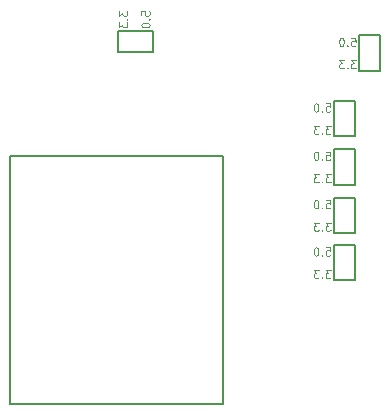
<source format=gbr>
G04 #@! TF.FileFunction,Legend,Bot*
%FSLAX46Y46*%
G04 Gerber Fmt 4.6, Leading zero omitted, Abs format (unit mm)*
G04 Created by KiCad (PCBNEW 4.0.1-3.201512221402+6198~38~ubuntu15.04.1-stable) date Sun 03 Jan 2016 10:59:58 AM EST*
%MOMM*%
G01*
G04 APERTURE LIST*
%ADD10C,0.100000*%
%ADD11C,0.150000*%
G04 APERTURE END LIST*
D10*
D11*
X173350000Y-110250000D02*
X173350000Y-113250000D01*
X173350000Y-113250000D02*
X175150000Y-113250000D01*
X175150000Y-113250000D02*
X175150000Y-110250000D01*
X175150000Y-110250000D02*
X173350000Y-110250000D01*
X171200000Y-128000000D02*
X171200000Y-131000000D01*
X171200000Y-131000000D02*
X173000000Y-131000000D01*
X173000000Y-131000000D02*
X173000000Y-128000000D01*
X173000000Y-128000000D02*
X171200000Y-128000000D01*
X171200000Y-124000000D02*
X171200000Y-127000000D01*
X171200000Y-127000000D02*
X173000000Y-127000000D01*
X173000000Y-127000000D02*
X173000000Y-124000000D01*
X173000000Y-124000000D02*
X171200000Y-124000000D01*
X171200000Y-119900000D02*
X171200000Y-122900000D01*
X171200000Y-122900000D02*
X173000000Y-122900000D01*
X173000000Y-122900000D02*
X173000000Y-119900000D01*
X173000000Y-119900000D02*
X171200000Y-119900000D01*
X171200000Y-115800000D02*
X171200000Y-118800000D01*
X171200000Y-118800000D02*
X173000000Y-118800000D01*
X173000000Y-118800000D02*
X173000000Y-115800000D01*
X173000000Y-115800000D02*
X171200000Y-115800000D01*
X143800000Y-141500000D02*
X161800000Y-141500000D01*
X161800000Y-141500000D02*
X161800000Y-120500000D01*
X161800000Y-120500000D02*
X143800000Y-120500000D01*
X143800000Y-120500000D02*
X143800000Y-141500000D01*
X155900000Y-109900000D02*
X152900000Y-109900000D01*
X152900000Y-109900000D02*
X152900000Y-111700000D01*
X152900000Y-111700000D02*
X155900000Y-111700000D01*
X155900000Y-111700000D02*
X155900000Y-109900000D01*
D10*
X172683333Y-110466667D02*
X173016666Y-110466667D01*
X173050000Y-110800000D01*
X173016666Y-110766667D01*
X172950000Y-110733333D01*
X172783333Y-110733333D01*
X172716666Y-110766667D01*
X172683333Y-110800000D01*
X172650000Y-110866667D01*
X172650000Y-111033333D01*
X172683333Y-111100000D01*
X172716666Y-111133333D01*
X172783333Y-111166667D01*
X172950000Y-111166667D01*
X173016666Y-111133333D01*
X173050000Y-111100000D01*
X172349999Y-111100000D02*
X172316666Y-111133333D01*
X172349999Y-111166667D01*
X172383333Y-111133333D01*
X172349999Y-111100000D01*
X172349999Y-111166667D01*
X171883333Y-110466667D02*
X171816666Y-110466667D01*
X171750000Y-110500000D01*
X171716666Y-110533333D01*
X171683333Y-110600000D01*
X171650000Y-110733333D01*
X171650000Y-110900000D01*
X171683333Y-111033333D01*
X171716666Y-111100000D01*
X171750000Y-111133333D01*
X171816666Y-111166667D01*
X171883333Y-111166667D01*
X171950000Y-111133333D01*
X171983333Y-111100000D01*
X172016666Y-111033333D01*
X172050000Y-110900000D01*
X172050000Y-110733333D01*
X172016666Y-110600000D01*
X171983333Y-110533333D01*
X171950000Y-110500000D01*
X171883333Y-110466667D01*
X173083333Y-112366667D02*
X172650000Y-112366667D01*
X172883333Y-112633333D01*
X172783333Y-112633333D01*
X172716666Y-112666667D01*
X172683333Y-112700000D01*
X172650000Y-112766667D01*
X172650000Y-112933333D01*
X172683333Y-113000000D01*
X172716666Y-113033333D01*
X172783333Y-113066667D01*
X172983333Y-113066667D01*
X173050000Y-113033333D01*
X173083333Y-113000000D01*
X172349999Y-113000000D02*
X172316666Y-113033333D01*
X172349999Y-113066667D01*
X172383333Y-113033333D01*
X172349999Y-113000000D01*
X172349999Y-113066667D01*
X172083333Y-112366667D02*
X171650000Y-112366667D01*
X171883333Y-112633333D01*
X171783333Y-112633333D01*
X171716666Y-112666667D01*
X171683333Y-112700000D01*
X171650000Y-112766667D01*
X171650000Y-112933333D01*
X171683333Y-113000000D01*
X171716666Y-113033333D01*
X171783333Y-113066667D01*
X171983333Y-113066667D01*
X172050000Y-113033333D01*
X172083333Y-113000000D01*
X170533333Y-128216667D02*
X170866666Y-128216667D01*
X170900000Y-128550000D01*
X170866666Y-128516667D01*
X170800000Y-128483333D01*
X170633333Y-128483333D01*
X170566666Y-128516667D01*
X170533333Y-128550000D01*
X170500000Y-128616667D01*
X170500000Y-128783333D01*
X170533333Y-128850000D01*
X170566666Y-128883333D01*
X170633333Y-128916667D01*
X170800000Y-128916667D01*
X170866666Y-128883333D01*
X170900000Y-128850000D01*
X170199999Y-128850000D02*
X170166666Y-128883333D01*
X170199999Y-128916667D01*
X170233333Y-128883333D01*
X170199999Y-128850000D01*
X170199999Y-128916667D01*
X169733333Y-128216667D02*
X169666666Y-128216667D01*
X169600000Y-128250000D01*
X169566666Y-128283333D01*
X169533333Y-128350000D01*
X169500000Y-128483333D01*
X169500000Y-128650000D01*
X169533333Y-128783333D01*
X169566666Y-128850000D01*
X169600000Y-128883333D01*
X169666666Y-128916667D01*
X169733333Y-128916667D01*
X169800000Y-128883333D01*
X169833333Y-128850000D01*
X169866666Y-128783333D01*
X169900000Y-128650000D01*
X169900000Y-128483333D01*
X169866666Y-128350000D01*
X169833333Y-128283333D01*
X169800000Y-128250000D01*
X169733333Y-128216667D01*
X170933333Y-130116667D02*
X170500000Y-130116667D01*
X170733333Y-130383333D01*
X170633333Y-130383333D01*
X170566666Y-130416667D01*
X170533333Y-130450000D01*
X170500000Y-130516667D01*
X170500000Y-130683333D01*
X170533333Y-130750000D01*
X170566666Y-130783333D01*
X170633333Y-130816667D01*
X170833333Y-130816667D01*
X170900000Y-130783333D01*
X170933333Y-130750000D01*
X170199999Y-130750000D02*
X170166666Y-130783333D01*
X170199999Y-130816667D01*
X170233333Y-130783333D01*
X170199999Y-130750000D01*
X170199999Y-130816667D01*
X169933333Y-130116667D02*
X169500000Y-130116667D01*
X169733333Y-130383333D01*
X169633333Y-130383333D01*
X169566666Y-130416667D01*
X169533333Y-130450000D01*
X169500000Y-130516667D01*
X169500000Y-130683333D01*
X169533333Y-130750000D01*
X169566666Y-130783333D01*
X169633333Y-130816667D01*
X169833333Y-130816667D01*
X169900000Y-130783333D01*
X169933333Y-130750000D01*
X170533333Y-124216667D02*
X170866666Y-124216667D01*
X170900000Y-124550000D01*
X170866666Y-124516667D01*
X170800000Y-124483333D01*
X170633333Y-124483333D01*
X170566666Y-124516667D01*
X170533333Y-124550000D01*
X170500000Y-124616667D01*
X170500000Y-124783333D01*
X170533333Y-124850000D01*
X170566666Y-124883333D01*
X170633333Y-124916667D01*
X170800000Y-124916667D01*
X170866666Y-124883333D01*
X170900000Y-124850000D01*
X170199999Y-124850000D02*
X170166666Y-124883333D01*
X170199999Y-124916667D01*
X170233333Y-124883333D01*
X170199999Y-124850000D01*
X170199999Y-124916667D01*
X169733333Y-124216667D02*
X169666666Y-124216667D01*
X169600000Y-124250000D01*
X169566666Y-124283333D01*
X169533333Y-124350000D01*
X169500000Y-124483333D01*
X169500000Y-124650000D01*
X169533333Y-124783333D01*
X169566666Y-124850000D01*
X169600000Y-124883333D01*
X169666666Y-124916667D01*
X169733333Y-124916667D01*
X169800000Y-124883333D01*
X169833333Y-124850000D01*
X169866666Y-124783333D01*
X169900000Y-124650000D01*
X169900000Y-124483333D01*
X169866666Y-124350000D01*
X169833333Y-124283333D01*
X169800000Y-124250000D01*
X169733333Y-124216667D01*
X170933333Y-126116667D02*
X170500000Y-126116667D01*
X170733333Y-126383333D01*
X170633333Y-126383333D01*
X170566666Y-126416667D01*
X170533333Y-126450000D01*
X170500000Y-126516667D01*
X170500000Y-126683333D01*
X170533333Y-126750000D01*
X170566666Y-126783333D01*
X170633333Y-126816667D01*
X170833333Y-126816667D01*
X170900000Y-126783333D01*
X170933333Y-126750000D01*
X170199999Y-126750000D02*
X170166666Y-126783333D01*
X170199999Y-126816667D01*
X170233333Y-126783333D01*
X170199999Y-126750000D01*
X170199999Y-126816667D01*
X169933333Y-126116667D02*
X169500000Y-126116667D01*
X169733333Y-126383333D01*
X169633333Y-126383333D01*
X169566666Y-126416667D01*
X169533333Y-126450000D01*
X169500000Y-126516667D01*
X169500000Y-126683333D01*
X169533333Y-126750000D01*
X169566666Y-126783333D01*
X169633333Y-126816667D01*
X169833333Y-126816667D01*
X169900000Y-126783333D01*
X169933333Y-126750000D01*
X170533333Y-120116667D02*
X170866666Y-120116667D01*
X170900000Y-120450000D01*
X170866666Y-120416667D01*
X170800000Y-120383333D01*
X170633333Y-120383333D01*
X170566666Y-120416667D01*
X170533333Y-120450000D01*
X170500000Y-120516667D01*
X170500000Y-120683333D01*
X170533333Y-120750000D01*
X170566666Y-120783333D01*
X170633333Y-120816667D01*
X170800000Y-120816667D01*
X170866666Y-120783333D01*
X170900000Y-120750000D01*
X170199999Y-120750000D02*
X170166666Y-120783333D01*
X170199999Y-120816667D01*
X170233333Y-120783333D01*
X170199999Y-120750000D01*
X170199999Y-120816667D01*
X169733333Y-120116667D02*
X169666666Y-120116667D01*
X169600000Y-120150000D01*
X169566666Y-120183333D01*
X169533333Y-120250000D01*
X169500000Y-120383333D01*
X169500000Y-120550000D01*
X169533333Y-120683333D01*
X169566666Y-120750000D01*
X169600000Y-120783333D01*
X169666666Y-120816667D01*
X169733333Y-120816667D01*
X169800000Y-120783333D01*
X169833333Y-120750000D01*
X169866666Y-120683333D01*
X169900000Y-120550000D01*
X169900000Y-120383333D01*
X169866666Y-120250000D01*
X169833333Y-120183333D01*
X169800000Y-120150000D01*
X169733333Y-120116667D01*
X170933333Y-122016667D02*
X170500000Y-122016667D01*
X170733333Y-122283333D01*
X170633333Y-122283333D01*
X170566666Y-122316667D01*
X170533333Y-122350000D01*
X170500000Y-122416667D01*
X170500000Y-122583333D01*
X170533333Y-122650000D01*
X170566666Y-122683333D01*
X170633333Y-122716667D01*
X170833333Y-122716667D01*
X170900000Y-122683333D01*
X170933333Y-122650000D01*
X170199999Y-122650000D02*
X170166666Y-122683333D01*
X170199999Y-122716667D01*
X170233333Y-122683333D01*
X170199999Y-122650000D01*
X170199999Y-122716667D01*
X169933333Y-122016667D02*
X169500000Y-122016667D01*
X169733333Y-122283333D01*
X169633333Y-122283333D01*
X169566666Y-122316667D01*
X169533333Y-122350000D01*
X169500000Y-122416667D01*
X169500000Y-122583333D01*
X169533333Y-122650000D01*
X169566666Y-122683333D01*
X169633333Y-122716667D01*
X169833333Y-122716667D01*
X169900000Y-122683333D01*
X169933333Y-122650000D01*
X170533333Y-116016667D02*
X170866666Y-116016667D01*
X170900000Y-116350000D01*
X170866666Y-116316667D01*
X170800000Y-116283333D01*
X170633333Y-116283333D01*
X170566666Y-116316667D01*
X170533333Y-116350000D01*
X170500000Y-116416667D01*
X170500000Y-116583333D01*
X170533333Y-116650000D01*
X170566666Y-116683333D01*
X170633333Y-116716667D01*
X170800000Y-116716667D01*
X170866666Y-116683333D01*
X170900000Y-116650000D01*
X170199999Y-116650000D02*
X170166666Y-116683333D01*
X170199999Y-116716667D01*
X170233333Y-116683333D01*
X170199999Y-116650000D01*
X170199999Y-116716667D01*
X169733333Y-116016667D02*
X169666666Y-116016667D01*
X169600000Y-116050000D01*
X169566666Y-116083333D01*
X169533333Y-116150000D01*
X169500000Y-116283333D01*
X169500000Y-116450000D01*
X169533333Y-116583333D01*
X169566666Y-116650000D01*
X169600000Y-116683333D01*
X169666666Y-116716667D01*
X169733333Y-116716667D01*
X169800000Y-116683333D01*
X169833333Y-116650000D01*
X169866666Y-116583333D01*
X169900000Y-116450000D01*
X169900000Y-116283333D01*
X169866666Y-116150000D01*
X169833333Y-116083333D01*
X169800000Y-116050000D01*
X169733333Y-116016667D01*
X170933333Y-117916667D02*
X170500000Y-117916667D01*
X170733333Y-118183333D01*
X170633333Y-118183333D01*
X170566666Y-118216667D01*
X170533333Y-118250000D01*
X170500000Y-118316667D01*
X170500000Y-118483333D01*
X170533333Y-118550000D01*
X170566666Y-118583333D01*
X170633333Y-118616667D01*
X170833333Y-118616667D01*
X170900000Y-118583333D01*
X170933333Y-118550000D01*
X170199999Y-118550000D02*
X170166666Y-118583333D01*
X170199999Y-118616667D01*
X170233333Y-118583333D01*
X170199999Y-118550000D01*
X170199999Y-118616667D01*
X169933333Y-117916667D02*
X169500000Y-117916667D01*
X169733333Y-118183333D01*
X169633333Y-118183333D01*
X169566666Y-118216667D01*
X169533333Y-118250000D01*
X169500000Y-118316667D01*
X169500000Y-118483333D01*
X169533333Y-118550000D01*
X169566666Y-118583333D01*
X169633333Y-118616667D01*
X169833333Y-118616667D01*
X169900000Y-118583333D01*
X169933333Y-118550000D01*
X154916667Y-108566667D02*
X154916667Y-108233334D01*
X155250000Y-108200000D01*
X155216667Y-108233334D01*
X155183333Y-108300000D01*
X155183333Y-108466667D01*
X155216667Y-108533334D01*
X155250000Y-108566667D01*
X155316667Y-108600000D01*
X155483333Y-108600000D01*
X155550000Y-108566667D01*
X155583333Y-108533334D01*
X155616667Y-108466667D01*
X155616667Y-108300000D01*
X155583333Y-108233334D01*
X155550000Y-108200000D01*
X155550000Y-108900001D02*
X155583333Y-108933334D01*
X155616667Y-108900001D01*
X155583333Y-108866667D01*
X155550000Y-108900001D01*
X155616667Y-108900001D01*
X154916667Y-109366667D02*
X154916667Y-109433334D01*
X154950000Y-109500000D01*
X154983333Y-109533334D01*
X155050000Y-109566667D01*
X155183333Y-109600000D01*
X155350000Y-109600000D01*
X155483333Y-109566667D01*
X155550000Y-109533334D01*
X155583333Y-109500000D01*
X155616667Y-109433334D01*
X155616667Y-109366667D01*
X155583333Y-109300000D01*
X155550000Y-109266667D01*
X155483333Y-109233334D01*
X155350000Y-109200000D01*
X155183333Y-109200000D01*
X155050000Y-109233334D01*
X154983333Y-109266667D01*
X154950000Y-109300000D01*
X154916667Y-109366667D01*
X153016667Y-108166667D02*
X153016667Y-108600000D01*
X153283333Y-108366667D01*
X153283333Y-108466667D01*
X153316667Y-108533334D01*
X153350000Y-108566667D01*
X153416667Y-108600000D01*
X153583333Y-108600000D01*
X153650000Y-108566667D01*
X153683333Y-108533334D01*
X153716667Y-108466667D01*
X153716667Y-108266667D01*
X153683333Y-108200000D01*
X153650000Y-108166667D01*
X153650000Y-108900001D02*
X153683333Y-108933334D01*
X153716667Y-108900001D01*
X153683333Y-108866667D01*
X153650000Y-108900001D01*
X153716667Y-108900001D01*
X153016667Y-109166667D02*
X153016667Y-109600000D01*
X153283333Y-109366667D01*
X153283333Y-109466667D01*
X153316667Y-109533334D01*
X153350000Y-109566667D01*
X153416667Y-109600000D01*
X153583333Y-109600000D01*
X153650000Y-109566667D01*
X153683333Y-109533334D01*
X153716667Y-109466667D01*
X153716667Y-109266667D01*
X153683333Y-109200000D01*
X153650000Y-109166667D01*
M02*

</source>
